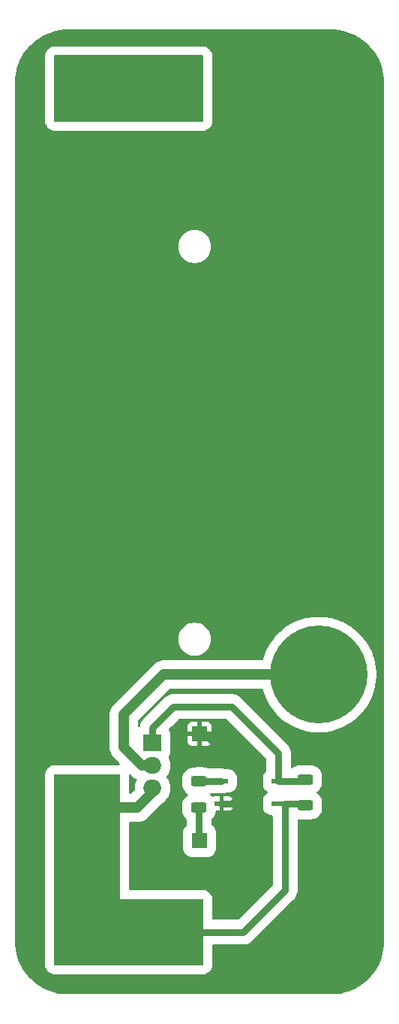
<source format=gbr>
%TF.GenerationSoftware,KiCad,Pcbnew,9.0.2*%
%TF.CreationDate,2026-01-15T18:41:09+07:00*%
%TF.ProjectId,PrechResv2,50726563-6852-4657-9376-322e6b696361,rev?*%
%TF.SameCoordinates,Original*%
%TF.FileFunction,Copper,L1,Top*%
%TF.FilePolarity,Positive*%
%FSLAX46Y46*%
G04 Gerber Fmt 4.6, Leading zero omitted, Abs format (unit mm)*
G04 Created by KiCad (PCBNEW 9.0.2) date 2026-01-15 18:41:09*
%MOMM*%
%LPD*%
G01*
G04 APERTURE LIST*
G04 Aperture macros list*
%AMRoundRect*
0 Rectangle with rounded corners*
0 $1 Rounding radius*
0 $2 $3 $4 $5 $6 $7 $8 $9 X,Y pos of 4 corners*
0 Add a 4 corners polygon primitive as box body*
4,1,4,$2,$3,$4,$5,$6,$7,$8,$9,$2,$3,0*
0 Add four circle primitives for the rounded corners*
1,1,$1+$1,$2,$3*
1,1,$1+$1,$4,$5*
1,1,$1+$1,$6,$7*
1,1,$1+$1,$8,$9*
0 Add four rect primitives between the rounded corners*
20,1,$1+$1,$2,$3,$4,$5,0*
20,1,$1+$1,$4,$5,$6,$7,0*
20,1,$1+$1,$6,$7,$8,$9,0*
20,1,$1+$1,$8,$9,$2,$3,0*%
G04 Aperture macros list end*
%TA.AperFunction,ComponentPad*%
%ADD10R,2.000000X1.905000*%
%TD*%
%TA.AperFunction,ComponentPad*%
%ADD11O,2.000000X1.905000*%
%TD*%
%TA.AperFunction,ComponentPad*%
%ADD12R,1.700000X1.700000*%
%TD*%
%TA.AperFunction,ComponentPad*%
%ADD13C,5.600000*%
%TD*%
%TA.AperFunction,ComponentPad*%
%ADD14C,11.000000*%
%TD*%
%TA.AperFunction,SMDPad,CuDef*%
%ADD15RoundRect,0.250000X0.625000X-0.312500X0.625000X0.312500X-0.625000X0.312500X-0.625000X-0.312500X0*%
%TD*%
%TA.AperFunction,SMDPad,CuDef*%
%ADD16R,1.500000X0.600000*%
%TD*%
%TA.AperFunction,Conductor*%
%ADD17C,1.200000*%
%TD*%
%TA.AperFunction,Conductor*%
%ADD18C,0.800000*%
%TD*%
G04 APERTURE END LIST*
D10*
%TO.P,Q1,1,G*%
%TO.N,Net-(Q1-G)*%
X73250000Y-103710000D03*
D11*
%TO.P,Q1,2,D*%
%TO.N,Net-(Q1-D)*%
X73250000Y-106250000D03*
%TO.P,Q1,3,S*%
%TO.N,Net-(Q1-S)*%
X73250000Y-108790000D03*
%TD*%
D12*
%TO.P,J2,1,Pin_1*%
%TO.N,Net-(J2-Pin_1)*%
X78555907Y-102679211D03*
%TD*%
D13*
%TO.P,H7,1,1*%
%TO.N,Net-(Q1-S)*%
X66000000Y-111000000D03*
%TD*%
D12*
%TO.P,J1,1,Pin_1*%
%TO.N,Net-(J1-Pin_1)*%
X78564151Y-114679411D03*
%TD*%
D14*
%TO.P,H4,1,1*%
%TO.N,Net-(Q1-D)*%
X92000000Y-96000000D03*
%TD*%
D13*
%TO.P,H6,1,1*%
%TO.N,Net-(H2-Pad1)*%
X66000000Y-30000000D03*
%TD*%
D15*
%TO.P,R2,1*%
%TO.N,Net-(Q1-S)*%
X90500000Y-110712500D03*
%TO.P,R2,2*%
%TO.N,Net-(Q1-G)*%
X90500000Y-107787500D03*
%TD*%
%TO.P,R1,1*%
%TO.N,Net-(J1-Pin_1)*%
X78500000Y-110962500D03*
%TO.P,R1,2*%
%TO.N,Net-(R1-Pad2)*%
X78500000Y-108037500D03*
%TD*%
D16*
%TO.P,U1,1*%
%TO.N,Net-(R1-Pad2)*%
X81045000Y-107980000D03*
%TO.P,U1,2*%
%TO.N,Net-(J2-Pin_1)*%
X81045000Y-110520000D03*
%TO.P,U1,3*%
%TO.N,Net-(Q1-S)*%
X87455000Y-110520000D03*
%TO.P,U1,4*%
%TO.N,Net-(Q1-G)*%
X87455000Y-107980000D03*
%TD*%
D13*
%TO.P,H3,1,1*%
%TO.N,Net-(Q1-S)*%
X75000000Y-125000000D03*
%TD*%
%TO.P,H2,1,1*%
%TO.N,Net-(H2-Pad1)*%
X75000000Y-30000000D03*
%TD*%
D17*
%TO.N,Net-(Q1-D)*%
X72050000Y-106250000D02*
X73250000Y-106250000D01*
X70000000Y-104200000D02*
X72050000Y-106250000D01*
X74500000Y-96000000D02*
X70000000Y-100500000D01*
X70000000Y-100500000D02*
X70000000Y-104200000D01*
X92000000Y-96000000D02*
X74500000Y-96000000D01*
D18*
%TO.N,Net-(Q1-G)*%
X87455000Y-104855000D02*
X87455000Y-107980000D01*
X82200000Y-99600000D02*
X87455000Y-104855000D01*
X75600000Y-99600000D02*
X82200000Y-99600000D01*
X73250000Y-101950000D02*
X75600000Y-99600000D01*
X73250000Y-103710000D02*
X73250000Y-101950000D01*
X90307500Y-107980000D02*
X90500000Y-107787500D01*
X87455000Y-107980000D02*
X90307500Y-107980000D01*
%TO.N,Net-(Q1-S)*%
X90307500Y-110520000D02*
X90500000Y-110712500D01*
X88205000Y-110520000D02*
X90307500Y-110520000D01*
X83500000Y-125000000D02*
X88205000Y-120295000D01*
X88205000Y-120295000D02*
X88205000Y-110520000D01*
X75000000Y-125000000D02*
X83500000Y-125000000D01*
D17*
X69600000Y-125000000D02*
X75000000Y-125000000D01*
X66000000Y-121400000D02*
X69600000Y-125000000D01*
X66000000Y-111000000D02*
X66000000Y-121400000D01*
X71500000Y-111000000D02*
X66000000Y-111000000D01*
X73250000Y-108790000D02*
X73250000Y-109250000D01*
X73250000Y-109250000D02*
X71500000Y-111000000D01*
X75250000Y-125000000D02*
X75290000Y-125040000D01*
X75000000Y-125000000D02*
X75250000Y-125000000D01*
D18*
%TO.N,Net-(J1-Pin_1)*%
X78500000Y-110962500D02*
X78500000Y-114615260D01*
D17*
X78500000Y-114615260D02*
X78564151Y-114679411D01*
D18*
%TO.N,Net-(J2-Pin_1)*%
X83500000Y-107000000D02*
X83500000Y-109250000D01*
X78555907Y-102679211D02*
X79179211Y-102679211D01*
X82230000Y-110520000D02*
X81045000Y-110520000D01*
X83500000Y-109250000D02*
X82230000Y-110520000D01*
X79179211Y-102679211D02*
X83500000Y-107000000D01*
D17*
%TO.N,Net-(R1-Pad2)*%
X78557500Y-107980000D02*
X78500000Y-108037500D01*
D18*
X81045000Y-107980000D02*
X78557500Y-107980000D01*
D17*
%TO.N,Net-(H2-Pad1)*%
X68500000Y-30000000D02*
X75000000Y-30000000D01*
%TD*%
%TA.AperFunction,Conductor*%
%TO.N,Net-(Q1-S)*%
G36*
X69543039Y-107219685D02*
G01*
X69588794Y-107272489D01*
X69600000Y-107324000D01*
X69600000Y-123300000D01*
X62100000Y-123300000D01*
X62100000Y-107324000D01*
X62119685Y-107256961D01*
X62172489Y-107211206D01*
X62224000Y-107200000D01*
X69476000Y-107200000D01*
X69543039Y-107219685D01*
G37*
%TD.AperFunction*%
%TD*%
%TA.AperFunction,Conductor*%
%TO.N,Net-(Q1-S)*%
G36*
X78943039Y-121269685D02*
G01*
X78988794Y-121322489D01*
X79000000Y-121374000D01*
X79000000Y-128626000D01*
X78980315Y-128693039D01*
X78927511Y-128738794D01*
X78876000Y-128750000D01*
X62224000Y-128750000D01*
X62156961Y-128730315D01*
X62111206Y-128677511D01*
X62100000Y-128626000D01*
X62100000Y-121250000D01*
X69600000Y-121250000D01*
X78876000Y-121250000D01*
X78943039Y-121269685D01*
G37*
%TD.AperFunction*%
%TD*%
%TA.AperFunction,Conductor*%
%TO.N,Net-(H2-Pad1)*%
G36*
X78943039Y-26269685D02*
G01*
X78988794Y-26322489D01*
X79000000Y-26374000D01*
X79000000Y-33626000D01*
X78980315Y-33693039D01*
X78927511Y-33738794D01*
X78876000Y-33750000D01*
X62224000Y-33750000D01*
X62156961Y-33730315D01*
X62111206Y-33677511D01*
X62100000Y-33626000D01*
X62100000Y-26374000D01*
X62119685Y-26306961D01*
X62172489Y-26261206D01*
X62224000Y-26250000D01*
X78876000Y-26250000D01*
X78943039Y-26269685D01*
G37*
%TD.AperFunction*%
%TD*%
%TA.AperFunction,Conductor*%
%TO.N,Net-(J2-Pin_1)*%
G36*
X81635571Y-101020185D02*
G01*
X81656213Y-101036819D01*
X86018181Y-105398787D01*
X86051666Y-105460110D01*
X86054500Y-105486468D01*
X86054500Y-106860582D01*
X86034815Y-106927621D01*
X86008865Y-106956681D01*
X85993891Y-106968891D01*
X85865304Y-107126590D01*
X85771089Y-107306954D01*
X85727616Y-107458890D01*
X85717331Y-107494836D01*
X85715114Y-107502583D01*
X85715113Y-107502586D01*
X85712770Y-107528945D01*
X85704776Y-107618867D01*
X85704500Y-107621966D01*
X85704500Y-108338028D01*
X85704501Y-108338034D01*
X85715113Y-108457415D01*
X85771089Y-108653045D01*
X85771090Y-108653048D01*
X85771091Y-108653049D01*
X85865302Y-108833407D01*
X85865304Y-108833409D01*
X85993890Y-108991109D01*
X86083058Y-109063815D01*
X86151593Y-109119698D01*
X86190636Y-109140092D01*
X86240942Y-109188578D01*
X86257049Y-109256566D01*
X86233842Y-109322469D01*
X86190637Y-109359906D01*
X86151593Y-109380302D01*
X86151591Y-109380303D01*
X86151590Y-109380304D01*
X85993890Y-109508890D01*
X85865304Y-109666590D01*
X85771089Y-109846954D01*
X85715114Y-110042583D01*
X85715113Y-110042586D01*
X85704500Y-110161966D01*
X85704500Y-110878028D01*
X85704501Y-110878034D01*
X85715113Y-110997415D01*
X85771089Y-111193045D01*
X85771090Y-111193048D01*
X85771091Y-111193049D01*
X85865302Y-111373407D01*
X85865304Y-111373409D01*
X85993890Y-111531109D01*
X86087803Y-111607684D01*
X86151593Y-111659698D01*
X86331951Y-111753909D01*
X86527582Y-111809886D01*
X86646963Y-111820500D01*
X86680499Y-111820499D01*
X86747537Y-111840182D01*
X86793293Y-111892984D01*
X86804500Y-111944499D01*
X86804500Y-119663532D01*
X86784815Y-119730571D01*
X86768181Y-119751213D01*
X82956213Y-123563181D01*
X82894890Y-123596666D01*
X82868532Y-123599500D01*
X80129500Y-123599500D01*
X80062461Y-123579815D01*
X80016706Y-123527011D01*
X80005500Y-123475500D01*
X80005500Y-121374010D01*
X80005433Y-121362420D01*
X80005433Y-121362412D01*
X79982519Y-121160257D01*
X79971313Y-121108746D01*
X79946784Y-121017062D01*
X79866619Y-120832606D01*
X79865693Y-120830475D01*
X79865689Y-120830468D01*
X79748705Y-120664033D01*
X79748704Y-120664032D01*
X79748700Y-120664026D01*
X79702945Y-120611222D01*
X79583832Y-120494821D01*
X79583830Y-120494819D01*
X79414738Y-120381693D01*
X79414731Y-120381690D01*
X79226328Y-120304916D01*
X79226322Y-120304914D01*
X79159293Y-120285233D01*
X79159295Y-120285233D01*
X79159290Y-120285232D01*
X79078406Y-120265083D01*
X79078402Y-120265082D01*
X79078403Y-120265082D01*
X78876001Y-120244500D01*
X78876000Y-120244500D01*
X70729500Y-120244500D01*
X70662461Y-120224815D01*
X70616706Y-120172011D01*
X70605500Y-120120500D01*
X70605500Y-112724500D01*
X70625185Y-112657461D01*
X70677989Y-112611706D01*
X70729500Y-112600500D01*
X71625961Y-112600500D01*
X71625962Y-112600500D01*
X71874785Y-112561090D01*
X72114379Y-112483241D01*
X72338845Y-112368870D01*
X72542656Y-112220793D01*
X72720793Y-112042656D01*
X74281627Y-110481820D01*
X74307306Y-110462117D01*
X74322079Y-110453588D01*
X74384857Y-110417344D01*
X74587965Y-110261493D01*
X74768993Y-110080465D01*
X74924844Y-109877357D01*
X74943326Y-109845346D01*
X74980841Y-109780367D01*
X75052850Y-109655643D01*
X75150822Y-109419118D01*
X75217083Y-109171829D01*
X75250500Y-108918006D01*
X75250500Y-108661994D01*
X75217083Y-108408171D01*
X75150822Y-108160882D01*
X75052850Y-107924357D01*
X74924844Y-107702643D01*
X74892719Y-107660777D01*
X76624500Y-107660777D01*
X76624500Y-108414208D01*
X76624501Y-108414223D01*
X76634904Y-108546413D01*
X76634905Y-108546420D01*
X76689902Y-108764678D01*
X76689903Y-108764681D01*
X76782991Y-108969622D01*
X76782997Y-108969632D01*
X76911174Y-109154645D01*
X76911178Y-109154650D01*
X76911181Y-109154654D01*
X77070346Y-109313819D01*
X77070350Y-109313822D01*
X77070354Y-109313825D01*
X77191956Y-109398072D01*
X77235853Y-109452431D01*
X77243392Y-109521893D01*
X77212181Y-109584404D01*
X77191956Y-109601928D01*
X77070354Y-109686174D01*
X77070342Y-109686184D01*
X76911184Y-109845342D01*
X76911174Y-109845354D01*
X76782997Y-110030367D01*
X76782991Y-110030377D01*
X76689903Y-110235318D01*
X76689902Y-110235321D01*
X76634905Y-110453579D01*
X76634904Y-110453586D01*
X76624500Y-110585777D01*
X76624500Y-111339208D01*
X76624501Y-111339223D01*
X76634904Y-111471413D01*
X76634905Y-111471420D01*
X76689902Y-111689678D01*
X76689903Y-111689681D01*
X76782991Y-111894622D01*
X76782997Y-111894632D01*
X76911174Y-112079645D01*
X76911178Y-112079650D01*
X76911181Y-112079654D01*
X76911184Y-112079657D01*
X77063181Y-112231654D01*
X77096666Y-112292977D01*
X77099500Y-112319335D01*
X77099500Y-112980761D01*
X77079815Y-113047800D01*
X77053862Y-113076862D01*
X77003045Y-113118299D01*
X77003043Y-113118300D01*
X77003042Y-113118302D01*
X76931828Y-113205638D01*
X76874455Y-113276001D01*
X76780240Y-113456365D01*
X76724265Y-113651994D01*
X76724264Y-113651997D01*
X76713651Y-113771377D01*
X76713651Y-115587439D01*
X76713652Y-115587445D01*
X76724264Y-115706826D01*
X76780240Y-115902456D01*
X76780241Y-115902459D01*
X76780242Y-115902460D01*
X76874453Y-116082818D01*
X76874455Y-116082820D01*
X77003041Y-116240520D01*
X77096954Y-116317095D01*
X77160744Y-116369109D01*
X77341102Y-116463320D01*
X77536733Y-116519297D01*
X77656114Y-116529911D01*
X79472187Y-116529910D01*
X79591569Y-116519297D01*
X79787200Y-116463320D01*
X79967558Y-116369109D01*
X80125260Y-116240520D01*
X80253849Y-116082818D01*
X80348060Y-115902460D01*
X80404037Y-115706829D01*
X80414651Y-115587448D01*
X80414650Y-113771375D01*
X80404037Y-113651993D01*
X80348060Y-113456362D01*
X80253849Y-113276004D01*
X80201835Y-113212214D01*
X80125260Y-113118301D01*
X79967553Y-112989709D01*
X79967076Y-112989460D01*
X79966862Y-112989253D01*
X79962306Y-112986251D01*
X79962865Y-112985401D01*
X79916774Y-112940968D01*
X79900500Y-112879558D01*
X79900500Y-112319335D01*
X79920185Y-112252296D01*
X79936819Y-112231654D01*
X79958377Y-112210096D01*
X80088819Y-112079654D01*
X80217007Y-111894626D01*
X80310096Y-111689683D01*
X80365096Y-111471412D01*
X80368019Y-111434269D01*
X80392904Y-111368982D01*
X80449135Y-111327511D01*
X80491637Y-111320000D01*
X80795000Y-111320000D01*
X81295000Y-111320000D01*
X81842828Y-111320000D01*
X81842844Y-111319999D01*
X81902372Y-111313598D01*
X81902379Y-111313596D01*
X82037086Y-111263354D01*
X82037093Y-111263350D01*
X82152187Y-111177190D01*
X82152190Y-111177187D01*
X82238350Y-111062093D01*
X82238354Y-111062086D01*
X82288596Y-110927379D01*
X82288598Y-110927372D01*
X82294999Y-110867844D01*
X82295000Y-110867827D01*
X82295000Y-110770000D01*
X81295000Y-110770000D01*
X81295000Y-111320000D01*
X80795000Y-111320000D01*
X80795000Y-110270000D01*
X81295000Y-110270000D01*
X82295000Y-110270000D01*
X82295000Y-110172172D01*
X82294999Y-110172155D01*
X82288598Y-110112627D01*
X82288596Y-110112620D01*
X82238354Y-109977913D01*
X82238350Y-109977906D01*
X82152190Y-109862812D01*
X82152187Y-109862809D01*
X82037093Y-109776649D01*
X82037086Y-109776645D01*
X81902379Y-109726403D01*
X81902372Y-109726401D01*
X81842844Y-109720000D01*
X81295000Y-109720000D01*
X81295000Y-110270000D01*
X80795000Y-110270000D01*
X80795000Y-109720000D01*
X80247155Y-109720000D01*
X80187627Y-109726401D01*
X80187619Y-109726403D01*
X80103692Y-109757706D01*
X80093353Y-109758445D01*
X80084153Y-109763220D01*
X80059096Y-109760895D01*
X80034000Y-109762690D01*
X80023054Y-109757551D01*
X80014582Y-109756765D01*
X79997620Y-109745609D01*
X79983969Y-109739200D01*
X79978021Y-109734548D01*
X79929654Y-109686181D01*
X79811586Y-109604383D01*
X79808764Y-109602176D01*
X79790430Y-109576575D01*
X79770641Y-109552070D01*
X79770240Y-109548383D01*
X79768083Y-109545370D01*
X79766499Y-109513915D01*
X79763102Y-109482608D01*
X79764757Y-109479292D01*
X79764571Y-109475589D01*
X79780247Y-109448268D01*
X79794313Y-109420097D01*
X79797499Y-109418202D01*
X79799344Y-109414987D01*
X79827296Y-109400481D01*
X79854365Y-109384383D01*
X79859586Y-109383724D01*
X79861360Y-109382804D01*
X79864543Y-109383099D01*
X79885154Y-109380500D01*
X81155221Y-109380500D01*
X81155222Y-109380500D01*
X81372951Y-109346015D01*
X81555912Y-109286567D01*
X81594230Y-109280499D01*
X81853028Y-109280499D01*
X81853036Y-109280499D01*
X81972418Y-109269886D01*
X82168049Y-109213909D01*
X82348407Y-109119698D01*
X82506109Y-108991109D01*
X82634698Y-108833407D01*
X82728909Y-108653049D01*
X82784886Y-108457418D01*
X82795500Y-108338037D01*
X82795499Y-107621964D01*
X82784886Y-107502582D01*
X82729873Y-107310321D01*
X82728910Y-107306954D01*
X82728909Y-107306953D01*
X82728909Y-107306951D01*
X82634698Y-107126593D01*
X82564670Y-107040710D01*
X82506109Y-106968890D01*
X82348409Y-106840304D01*
X82348410Y-106840304D01*
X82348407Y-106840302D01*
X82168049Y-106746091D01*
X82168048Y-106746090D01*
X82168045Y-106746089D01*
X82050829Y-106712550D01*
X81972418Y-106690114D01*
X81972415Y-106690113D01*
X81972413Y-106690113D01*
X81899631Y-106683642D01*
X81853037Y-106679500D01*
X81853033Y-106679500D01*
X81594227Y-106679500D01*
X81555911Y-106673431D01*
X81431453Y-106632993D01*
X81372952Y-106613985D01*
X81264086Y-106596742D01*
X81155222Y-106579500D01*
X81155221Y-106579500D01*
X79653698Y-106579500D01*
X79602417Y-106568399D01*
X79539681Y-106539903D01*
X79539678Y-106539902D01*
X79321420Y-106484905D01*
X79321413Y-106484904D01*
X79189222Y-106474500D01*
X79189217Y-106474500D01*
X79123011Y-106474500D01*
X79084694Y-106468431D01*
X78932284Y-106418910D01*
X78932282Y-106418909D01*
X78932280Y-106418909D01*
X78758549Y-106391392D01*
X78683462Y-106379500D01*
X78431538Y-106379500D01*
X78348597Y-106392636D01*
X78182714Y-106418910D01*
X78030303Y-106468431D01*
X77991986Y-106474500D01*
X77810792Y-106474500D01*
X77810776Y-106474501D01*
X77678586Y-106484904D01*
X77678579Y-106484905D01*
X77460321Y-106539902D01*
X77460318Y-106539903D01*
X77255377Y-106632991D01*
X77255367Y-106632997D01*
X77070354Y-106761174D01*
X77070342Y-106761184D01*
X76911184Y-106920342D01*
X76911174Y-106920354D01*
X76782997Y-107105367D01*
X76782991Y-107105377D01*
X76689903Y-107310318D01*
X76689902Y-107310321D01*
X76634905Y-107528579D01*
X76634904Y-107528586D01*
X76624500Y-107660777D01*
X74892719Y-107660777D01*
X74841810Y-107594432D01*
X74841002Y-107593330D01*
X74829557Y-107561700D01*
X74817425Y-107530318D01*
X74817706Y-107528945D01*
X74817230Y-107527629D01*
X74824702Y-107494836D01*
X74831463Y-107461873D01*
X74832625Y-107460063D01*
X74832753Y-107459505D01*
X74833379Y-107458890D01*
X74842620Y-107444513D01*
X74924844Y-107337357D01*
X75052848Y-107115646D01*
X75052850Y-107115643D01*
X75150822Y-106879118D01*
X75217083Y-106631829D01*
X75250500Y-106378006D01*
X75250500Y-106121994D01*
X75217083Y-105868171D01*
X75150822Y-105620882D01*
X75073871Y-105435106D01*
X75052854Y-105384365D01*
X75051054Y-105380715D01*
X75052442Y-105380030D01*
X75037479Y-105318376D01*
X75060325Y-105252347D01*
X75065217Y-105245929D01*
X75089698Y-105215907D01*
X75183909Y-105035549D01*
X75239886Y-104839918D01*
X75250500Y-104720537D01*
X75250499Y-102699464D01*
X75239886Y-102580082D01*
X75183909Y-102384451D01*
X75093017Y-102210447D01*
X75079427Y-102141916D01*
X75105046Y-102076912D01*
X75115237Y-102065367D01*
X75399239Y-101781366D01*
X77205907Y-101781366D01*
X77205907Y-102429211D01*
X78122895Y-102429211D01*
X78089982Y-102486218D01*
X78055907Y-102613385D01*
X78055907Y-102745037D01*
X78089982Y-102872204D01*
X78122895Y-102929211D01*
X77205907Y-102929211D01*
X77205907Y-103577055D01*
X77212308Y-103636583D01*
X77212310Y-103636590D01*
X77262552Y-103771297D01*
X77262556Y-103771304D01*
X77348716Y-103886398D01*
X77348719Y-103886401D01*
X77463813Y-103972561D01*
X77463820Y-103972565D01*
X77598527Y-104022807D01*
X77598534Y-104022809D01*
X77658062Y-104029210D01*
X77658079Y-104029211D01*
X78305907Y-104029211D01*
X78305907Y-103112223D01*
X78362914Y-103145136D01*
X78490081Y-103179211D01*
X78621733Y-103179211D01*
X78748900Y-103145136D01*
X78805907Y-103112223D01*
X78805907Y-104029211D01*
X79453735Y-104029211D01*
X79453751Y-104029210D01*
X79513279Y-104022809D01*
X79513286Y-104022807D01*
X79647993Y-103972565D01*
X79648000Y-103972561D01*
X79763094Y-103886401D01*
X79763097Y-103886398D01*
X79849257Y-103771304D01*
X79849261Y-103771297D01*
X79899503Y-103636590D01*
X79899505Y-103636583D01*
X79905906Y-103577055D01*
X79905907Y-103577038D01*
X79905907Y-102929211D01*
X78988919Y-102929211D01*
X79021832Y-102872204D01*
X79055907Y-102745037D01*
X79055907Y-102613385D01*
X79021832Y-102486218D01*
X78988919Y-102429211D01*
X79905907Y-102429211D01*
X79905907Y-101781383D01*
X79905906Y-101781366D01*
X79899505Y-101721838D01*
X79899503Y-101721831D01*
X79849261Y-101587124D01*
X79849257Y-101587117D01*
X79763097Y-101472023D01*
X79763094Y-101472020D01*
X79648000Y-101385860D01*
X79647993Y-101385856D01*
X79513286Y-101335614D01*
X79513279Y-101335612D01*
X79453751Y-101329211D01*
X78805907Y-101329211D01*
X78805907Y-102246199D01*
X78748900Y-102213286D01*
X78621733Y-102179211D01*
X78490081Y-102179211D01*
X78362914Y-102213286D01*
X78305907Y-102246199D01*
X78305907Y-101329211D01*
X77658062Y-101329211D01*
X77598534Y-101335612D01*
X77598527Y-101335614D01*
X77463820Y-101385856D01*
X77463813Y-101385860D01*
X77348719Y-101472020D01*
X77348716Y-101472023D01*
X77262556Y-101587117D01*
X77262552Y-101587124D01*
X77212310Y-101721831D01*
X77212308Y-101721838D01*
X77205907Y-101781366D01*
X75399239Y-101781366D01*
X76143787Y-101036819D01*
X76205110Y-101003334D01*
X76231468Y-101000500D01*
X81568532Y-101000500D01*
X81635571Y-101020185D01*
G37*
%TD.AperFunction*%
%TD*%
%TA.AperFunction,NonConductor*%
G36*
X93406249Y-23346790D02*
G01*
X93869669Y-23364998D01*
X93879343Y-23365759D01*
X94337501Y-23419987D01*
X94347105Y-23421508D01*
X94799585Y-23511512D01*
X94809045Y-23513783D01*
X95253061Y-23639009D01*
X95262314Y-23642015D01*
X95695143Y-23801693D01*
X95704132Y-23805417D01*
X96123102Y-23998565D01*
X96123105Y-23998566D01*
X96131757Y-24002974D01*
X96534307Y-24228413D01*
X96542572Y-24233478D01*
X96926171Y-24489791D01*
X96934048Y-24495514D01*
X97296343Y-24781125D01*
X97303746Y-24787448D01*
X97473129Y-24944024D01*
X97642515Y-25100603D01*
X97649392Y-25107480D01*
X97776052Y-25244500D01*
X97962551Y-25446253D01*
X97968874Y-25453656D01*
X98254485Y-25815951D01*
X98260208Y-25823828D01*
X98516515Y-26207418D01*
X98521590Y-26215699D01*
X98747020Y-26618233D01*
X98751433Y-26626894D01*
X98944581Y-27045864D01*
X98948307Y-27054860D01*
X99107983Y-27487682D01*
X99110991Y-27496941D01*
X99236215Y-27940950D01*
X99238488Y-27950418D01*
X99328490Y-28402888D01*
X99330013Y-28412504D01*
X99384238Y-28870640D01*
X99385002Y-28880347D01*
X99403210Y-29343750D01*
X99403306Y-29348618D01*
X99403306Y-125997575D01*
X99403210Y-126002443D01*
X99385003Y-126465848D01*
X99384239Y-126475555D01*
X99330014Y-126933690D01*
X99328491Y-126943306D01*
X99238491Y-127395767D01*
X99236218Y-127405235D01*
X99110991Y-127849258D01*
X99107983Y-127858518D01*
X98948306Y-128291340D01*
X98944580Y-128300335D01*
X98751440Y-128719291D01*
X98747019Y-128727966D01*
X98521597Y-129130485D01*
X98516510Y-129138787D01*
X98260210Y-129522368D01*
X98254487Y-129530244D01*
X97968876Y-129892541D01*
X97962553Y-129899945D01*
X97649400Y-130238711D01*
X97642515Y-130245596D01*
X97303748Y-130558749D01*
X97296345Y-130565072D01*
X96934050Y-130850683D01*
X96926173Y-130856406D01*
X96542582Y-131112714D01*
X96534289Y-131117795D01*
X96518041Y-131126896D01*
X96131781Y-131343212D01*
X96123106Y-131347632D01*
X95704140Y-131540778D01*
X95695145Y-131544504D01*
X95262316Y-131704184D01*
X95253056Y-131707192D01*
X94809049Y-131832415D01*
X94799581Y-131834688D01*
X94347111Y-131924690D01*
X94337495Y-131926213D01*
X93879359Y-131980438D01*
X93869652Y-131981202D01*
X93406402Y-131999404D01*
X93401534Y-131999500D01*
X63702425Y-131999500D01*
X63697557Y-131999404D01*
X63234152Y-131981197D01*
X63224445Y-131980433D01*
X62766309Y-131926208D01*
X62756693Y-131924685D01*
X62304233Y-131834685D01*
X62294765Y-131832412D01*
X61850742Y-131707185D01*
X61841482Y-131704177D01*
X61408660Y-131544500D01*
X61399665Y-131540774D01*
X60980699Y-131347629D01*
X60972038Y-131343216D01*
X60569504Y-131117786D01*
X60561223Y-131112711D01*
X60177632Y-130856403D01*
X60169756Y-130850680D01*
X59807460Y-130565070D01*
X59800060Y-130558750D01*
X59461284Y-130245588D01*
X59454407Y-130238711D01*
X59141247Y-129899937D01*
X59134929Y-129892539D01*
X58849319Y-129530243D01*
X58843596Y-129522367D01*
X58832112Y-129505180D01*
X58587282Y-129138767D01*
X58582217Y-129130502D01*
X58356778Y-128727952D01*
X58352370Y-128719300D01*
X58334567Y-128680683D01*
X58159225Y-128300334D01*
X58155499Y-128291339D01*
X57995822Y-127858517D01*
X57992814Y-127849257D01*
X57867587Y-127405234D01*
X57865316Y-127395775D01*
X57775313Y-126943300D01*
X57773791Y-126933690D01*
X57719564Y-126475535D01*
X57718803Y-126465865D01*
X57700596Y-126002443D01*
X57700500Y-125997575D01*
X57700500Y-107323998D01*
X61094500Y-107323998D01*
X61094500Y-128625989D01*
X61094566Y-128637579D01*
X61094567Y-128637593D01*
X61117481Y-128839745D01*
X61128685Y-128891246D01*
X61153217Y-128982941D01*
X61234306Y-129169524D01*
X61234310Y-129169531D01*
X61349793Y-129333830D01*
X61351300Y-129335974D01*
X61397055Y-129388778D01*
X61509532Y-129498694D01*
X61516169Y-129505180D01*
X61553633Y-129530244D01*
X61685264Y-129618308D01*
X61873671Y-129695083D01*
X61873677Y-129695085D01*
X61888687Y-129699492D01*
X61940710Y-129714768D01*
X62021594Y-129734917D01*
X62156531Y-129748639D01*
X62223999Y-129755500D01*
X62224000Y-129755500D01*
X78875990Y-129755500D01*
X78876000Y-129755500D01*
X78887588Y-129755433D01*
X79089743Y-129732519D01*
X79141254Y-129721313D01*
X79232938Y-129696784D01*
X79419527Y-129615692D01*
X79585974Y-129498700D01*
X79638778Y-129452945D01*
X79755179Y-129333832D01*
X79868308Y-129164736D01*
X79945083Y-128976329D01*
X79964768Y-128909290D01*
X79984917Y-128828406D01*
X80005500Y-128626000D01*
X80005500Y-126524500D01*
X80025185Y-126457461D01*
X80077989Y-126411706D01*
X80129500Y-126400500D01*
X83384643Y-126400500D01*
X83384667Y-126400501D01*
X83389778Y-126400501D01*
X83610221Y-126400501D01*
X83610222Y-126400501D01*
X83827951Y-126366015D01*
X84037606Y-126297895D01*
X84037606Y-126297894D01*
X84037611Y-126297893D01*
X84131559Y-126250023D01*
X84234022Y-126197815D01*
X84240393Y-126193186D01*
X84412365Y-126068242D01*
X84568242Y-125912365D01*
X84568243Y-125912363D01*
X84575303Y-125905303D01*
X84575309Y-125905296D01*
X89110296Y-121370309D01*
X89110303Y-121370303D01*
X89117363Y-121363243D01*
X89117365Y-121363242D01*
X89273242Y-121207365D01*
X89402815Y-121029022D01*
X89502895Y-120832606D01*
X89571015Y-120622951D01*
X89572873Y-120611222D01*
X89605501Y-120405222D01*
X89605501Y-120184778D01*
X89605501Y-120180377D01*
X89605500Y-120180362D01*
X89605500Y-112393486D01*
X89625185Y-112326447D01*
X89677989Y-112280692D01*
X89739227Y-112269868D01*
X89810783Y-112275500D01*
X91189216Y-112275499D01*
X91321412Y-112265096D01*
X91539683Y-112210096D01*
X91744626Y-112117007D01*
X91929654Y-111988819D01*
X92088819Y-111829654D01*
X92217007Y-111644626D01*
X92310096Y-111439683D01*
X92365096Y-111221412D01*
X92375500Y-111089217D01*
X92375499Y-110335784D01*
X92365096Y-110203588D01*
X92354607Y-110161963D01*
X92310097Y-109985321D01*
X92310096Y-109985318D01*
X92306729Y-109977906D01*
X92217007Y-109780374D01*
X92088819Y-109595346D01*
X91929654Y-109436181D01*
X91808039Y-109351926D01*
X91764146Y-109297570D01*
X91756606Y-109228108D01*
X91787817Y-109165597D01*
X91808035Y-109148076D01*
X91929654Y-109063819D01*
X92088819Y-108904654D01*
X92217007Y-108719626D01*
X92310096Y-108514683D01*
X92365096Y-108296412D01*
X92375500Y-108164217D01*
X92375499Y-107410784D01*
X92365096Y-107278588D01*
X92326795Y-107126590D01*
X92310097Y-107060321D01*
X92310096Y-107060318D01*
X92270739Y-106973671D01*
X92217007Y-106855374D01*
X92168435Y-106785264D01*
X92088825Y-106670354D01*
X92088822Y-106670350D01*
X92088819Y-106670346D01*
X91929654Y-106511181D01*
X91929650Y-106511178D01*
X91929645Y-106511174D01*
X91744632Y-106382997D01*
X91744630Y-106382995D01*
X91744626Y-106382993D01*
X91733662Y-106378013D01*
X91539681Y-106289903D01*
X91539678Y-106289902D01*
X91321420Y-106234905D01*
X91321413Y-106234904D01*
X91277347Y-106231436D01*
X91189217Y-106224500D01*
X91189215Y-106224500D01*
X89810791Y-106224500D01*
X89810776Y-106224501D01*
X89678586Y-106234904D01*
X89678579Y-106234905D01*
X89460321Y-106289902D01*
X89460318Y-106289903D01*
X89255377Y-106382991D01*
X89255367Y-106382997D01*
X89070354Y-106511174D01*
X89070342Y-106511184D01*
X89067181Y-106514346D01*
X89005858Y-106547831D01*
X88936166Y-106542847D01*
X88880233Y-106500975D01*
X88855816Y-106435511D01*
X88855500Y-106426665D01*
X88855500Y-104744778D01*
X88851660Y-104720533D01*
X88821015Y-104527049D01*
X88752895Y-104317394D01*
X88752895Y-104317393D01*
X88718237Y-104249375D01*
X88652815Y-104120978D01*
X88586142Y-104029210D01*
X88523247Y-103942641D01*
X88523243Y-103942636D01*
X88367364Y-103786757D01*
X83272582Y-98691976D01*
X83272573Y-98691966D01*
X83268242Y-98687635D01*
X83112365Y-98531758D01*
X83112361Y-98531755D01*
X83112357Y-98531751D01*
X82934025Y-98402187D01*
X82934024Y-98402186D01*
X82934022Y-98402185D01*
X82871096Y-98370122D01*
X82737606Y-98302104D01*
X82737603Y-98302103D01*
X82527952Y-98233985D01*
X82419086Y-98216742D01*
X82310222Y-98199499D01*
X82089778Y-98199499D01*
X82084667Y-98199499D01*
X82084643Y-98199500D01*
X75715357Y-98199500D01*
X75715333Y-98199499D01*
X75710222Y-98199499D01*
X75489778Y-98199499D01*
X75417201Y-98210994D01*
X75272047Y-98233985D01*
X75062396Y-98302103D01*
X75062393Y-98302104D01*
X74865974Y-98402187D01*
X74687641Y-98531752D01*
X74687636Y-98531756D01*
X72181756Y-101037636D01*
X72181752Y-101037641D01*
X72052187Y-101215974D01*
X71952104Y-101412393D01*
X71952103Y-101412396D01*
X71883986Y-101622043D01*
X71883984Y-101622051D01*
X71859577Y-101776141D01*
X71857508Y-101780504D01*
X71857764Y-101785326D01*
X71842687Y-101811766D01*
X71829647Y-101839275D01*
X71824889Y-101842982D01*
X71823156Y-101846022D01*
X71794517Y-101866649D01*
X71781913Y-101873233D01*
X71713378Y-101886825D01*
X71648374Y-101861207D01*
X71607540Y-101804512D01*
X71600500Y-101763325D01*
X71600500Y-101214311D01*
X71620185Y-101147272D01*
X71636819Y-101126630D01*
X75126630Y-97636819D01*
X75187953Y-97603334D01*
X75214311Y-97600500D01*
X85601279Y-97600500D01*
X85668318Y-97620185D01*
X85714073Y-97672989D01*
X85721852Y-97695549D01*
X85738732Y-97765860D01*
X85738734Y-97765867D01*
X85738736Y-97765874D01*
X85896578Y-98251664D01*
X85958926Y-98402185D01*
X86092060Y-98723598D01*
X86323963Y-99178733D01*
X86323968Y-99178741D01*
X86323970Y-99178745D01*
X86323973Y-99178752D01*
X86590855Y-99614261D01*
X86590862Y-99614272D01*
X86891102Y-100027518D01*
X86891112Y-100027532D01*
X87222847Y-100415942D01*
X87222853Y-100415949D01*
X87584051Y-100777147D01*
X87584057Y-100777152D01*
X87972467Y-101108887D01*
X87972474Y-101108892D01*
X88385729Y-101409139D01*
X88512417Y-101486773D01*
X88821247Y-101676026D01*
X88821253Y-101676028D01*
X88821267Y-101676037D01*
X89276402Y-101907940D01*
X89748330Y-102103419D01*
X89748335Y-102103421D01*
X89866285Y-102141745D01*
X90234140Y-102261268D01*
X90730837Y-102380514D01*
X91235359Y-102460423D01*
X91744595Y-102500500D01*
X91744603Y-102500500D01*
X92255397Y-102500500D01*
X92255405Y-102500500D01*
X92764641Y-102460423D01*
X93269163Y-102380514D01*
X93765860Y-102261268D01*
X94251670Y-102103419D01*
X94723598Y-101907940D01*
X95178733Y-101676037D01*
X95178748Y-101676027D01*
X95178752Y-101676026D01*
X95336905Y-101579108D01*
X95614271Y-101409139D01*
X96027526Y-101108892D01*
X96415949Y-100777147D01*
X96777147Y-100415949D01*
X97108892Y-100027526D01*
X97409139Y-99614271D01*
X97579108Y-99336905D01*
X97676026Y-99178752D01*
X97676027Y-99178748D01*
X97676037Y-99178733D01*
X97907940Y-98723598D01*
X98103419Y-98251670D01*
X98261268Y-97765860D01*
X98380514Y-97269163D01*
X98460423Y-96764641D01*
X98500500Y-96255405D01*
X98500500Y-95744595D01*
X98460423Y-95235359D01*
X98380514Y-94730837D01*
X98261268Y-94234140D01*
X98136616Y-93850500D01*
X98103421Y-93748335D01*
X98068166Y-93663222D01*
X97907940Y-93276402D01*
X97676037Y-92821267D01*
X97676028Y-92821253D01*
X97676026Y-92821247D01*
X97486773Y-92512417D01*
X97409139Y-92385729D01*
X97108892Y-91972474D01*
X97108887Y-91972467D01*
X96777152Y-91584057D01*
X96777147Y-91584051D01*
X96415949Y-91222853D01*
X96415942Y-91222847D01*
X96027532Y-90891112D01*
X96027518Y-90891102D01*
X95859337Y-90768911D01*
X95614271Y-90590861D01*
X95582786Y-90571567D01*
X95178752Y-90323973D01*
X95178745Y-90323970D01*
X95178741Y-90323968D01*
X95178733Y-90323963D01*
X94723598Y-90092060D01*
X94572398Y-90029431D01*
X94251664Y-89896578D01*
X93906007Y-89784268D01*
X93765860Y-89738732D01*
X93269163Y-89619486D01*
X92764641Y-89539577D01*
X92255410Y-89499500D01*
X92255405Y-89499500D01*
X91744595Y-89499500D01*
X91744589Y-89499500D01*
X91235358Y-89539577D01*
X91235357Y-89539577D01*
X90730842Y-89619485D01*
X90730839Y-89619485D01*
X90730837Y-89619486D01*
X90552958Y-89662190D01*
X90234151Y-89738729D01*
X90234145Y-89738730D01*
X90234140Y-89738732D01*
X90234128Y-89738736D01*
X89748335Y-89896578D01*
X89276404Y-90092059D01*
X89276402Y-90092060D01*
X88821267Y-90323963D01*
X88821263Y-90323965D01*
X88821254Y-90323970D01*
X88821247Y-90323973D01*
X88385738Y-90590855D01*
X88385727Y-90590862D01*
X87972481Y-90891102D01*
X87972467Y-90891112D01*
X87584057Y-91222847D01*
X87584043Y-91222860D01*
X87222860Y-91584043D01*
X87222847Y-91584057D01*
X86891112Y-91972467D01*
X86891102Y-91972481D01*
X86590862Y-92385727D01*
X86590855Y-92385738D01*
X86323973Y-92821247D01*
X86323970Y-92821254D01*
X86092059Y-93276404D01*
X85896578Y-93748335D01*
X85738736Y-94234125D01*
X85738733Y-94234135D01*
X85738732Y-94234140D01*
X85721853Y-94304448D01*
X85687062Y-94365039D01*
X85625035Y-94397203D01*
X85601279Y-94399500D01*
X74374038Y-94399500D01*
X74249626Y-94419205D01*
X74125214Y-94438910D01*
X73885616Y-94516760D01*
X73661154Y-94631130D01*
X73592537Y-94680983D01*
X73523920Y-94730837D01*
X73523919Y-94730838D01*
X73457347Y-94779203D01*
X68779205Y-99457345D01*
X68779201Y-99457350D01*
X68631132Y-99661151D01*
X68516760Y-99885616D01*
X68438910Y-100125214D01*
X68399500Y-100374038D01*
X68399500Y-104325961D01*
X68438910Y-104574785D01*
X68516760Y-104814383D01*
X68631132Y-105038848D01*
X68759772Y-105215906D01*
X68759772Y-105215908D01*
X68779201Y-105242649D01*
X68779208Y-105242657D01*
X69519370Y-105982819D01*
X69552855Y-106044142D01*
X69547871Y-106113834D01*
X69505999Y-106169767D01*
X69440535Y-106194184D01*
X69431689Y-106194500D01*
X62224000Y-106194500D01*
X62223347Y-106194503D01*
X62212420Y-106194566D01*
X62212406Y-106194567D01*
X62010254Y-106217481D01*
X61958753Y-106228685D01*
X61867058Y-106253217D01*
X61680475Y-106334306D01*
X61680468Y-106334310D01*
X61514033Y-106451294D01*
X61514020Y-106451305D01*
X61461225Y-106497052D01*
X61344819Y-106616169D01*
X61231693Y-106785261D01*
X61231690Y-106785268D01*
X61154916Y-106973671D01*
X61154914Y-106973677D01*
X61135233Y-107040706D01*
X61115082Y-107121597D01*
X61094500Y-107323998D01*
X57700500Y-107323998D01*
X57700500Y-91878711D01*
X76149500Y-91878711D01*
X76149500Y-92121288D01*
X76181161Y-92361785D01*
X76243947Y-92596104D01*
X76336773Y-92820205D01*
X76336777Y-92820214D01*
X76337385Y-92821267D01*
X76458064Y-93030289D01*
X76458066Y-93030292D01*
X76458067Y-93030293D01*
X76605733Y-93222736D01*
X76605739Y-93222743D01*
X76777256Y-93394260D01*
X76777262Y-93394265D01*
X76969711Y-93541936D01*
X77179788Y-93663224D01*
X77403900Y-93756054D01*
X77638211Y-93818838D01*
X77818586Y-93842584D01*
X77878711Y-93850500D01*
X77878712Y-93850500D01*
X78121289Y-93850500D01*
X78169388Y-93844167D01*
X78361789Y-93818838D01*
X78596100Y-93756054D01*
X78820212Y-93663224D01*
X79030289Y-93541936D01*
X79222738Y-93394265D01*
X79394265Y-93222738D01*
X79541936Y-93030289D01*
X79663224Y-92820212D01*
X79756054Y-92596100D01*
X79818838Y-92361789D01*
X79850500Y-92121288D01*
X79850500Y-91878712D01*
X79818838Y-91638211D01*
X79756054Y-91403900D01*
X79663224Y-91179788D01*
X79541936Y-90969711D01*
X79394265Y-90777262D01*
X79394260Y-90777256D01*
X79222743Y-90605739D01*
X79222736Y-90605733D01*
X79030293Y-90458067D01*
X79030292Y-90458066D01*
X79030289Y-90458064D01*
X78820212Y-90336776D01*
X78789279Y-90323963D01*
X78596104Y-90243947D01*
X78361785Y-90181161D01*
X78121289Y-90149500D01*
X78121288Y-90149500D01*
X77878712Y-90149500D01*
X77878711Y-90149500D01*
X77638214Y-90181161D01*
X77403895Y-90243947D01*
X77179794Y-90336773D01*
X77179785Y-90336777D01*
X76969706Y-90458067D01*
X76777263Y-90605733D01*
X76777256Y-90605739D01*
X76605739Y-90777256D01*
X76605733Y-90777263D01*
X76458067Y-90969706D01*
X76336777Y-91179785D01*
X76336773Y-91179794D01*
X76243947Y-91403895D01*
X76181161Y-91638214D01*
X76149500Y-91878711D01*
X57700500Y-91878711D01*
X57700500Y-47672672D01*
X76149500Y-47672672D01*
X76149500Y-47915249D01*
X76181161Y-48155746D01*
X76243947Y-48390065D01*
X76336773Y-48614166D01*
X76336776Y-48614173D01*
X76458064Y-48824250D01*
X76458066Y-48824253D01*
X76458067Y-48824254D01*
X76605733Y-49016697D01*
X76605739Y-49016704D01*
X76777256Y-49188221D01*
X76777262Y-49188226D01*
X76969711Y-49335897D01*
X77179788Y-49457185D01*
X77403900Y-49550015D01*
X77638211Y-49612799D01*
X77818586Y-49636545D01*
X77878711Y-49644461D01*
X77878712Y-49644461D01*
X78121289Y-49644461D01*
X78169388Y-49638128D01*
X78361789Y-49612799D01*
X78596100Y-49550015D01*
X78820212Y-49457185D01*
X79030289Y-49335897D01*
X79222738Y-49188226D01*
X79394265Y-49016699D01*
X79541936Y-48824250D01*
X79663224Y-48614173D01*
X79756054Y-48390061D01*
X79818838Y-48155750D01*
X79850500Y-47915249D01*
X79850500Y-47672673D01*
X79818838Y-47432172D01*
X79756054Y-47197861D01*
X79663224Y-46973749D01*
X79541936Y-46763672D01*
X79394265Y-46571223D01*
X79394260Y-46571217D01*
X79222743Y-46399700D01*
X79222736Y-46399694D01*
X79030293Y-46252028D01*
X79030292Y-46252027D01*
X79030289Y-46252025D01*
X78820212Y-46130737D01*
X78820205Y-46130734D01*
X78596104Y-46037908D01*
X78361785Y-45975122D01*
X78121289Y-45943461D01*
X78121288Y-45943461D01*
X77878712Y-45943461D01*
X77878711Y-45943461D01*
X77638214Y-45975122D01*
X77403895Y-46037908D01*
X77179794Y-46130734D01*
X77179785Y-46130738D01*
X76969706Y-46252028D01*
X76777263Y-46399694D01*
X76777256Y-46399700D01*
X76605739Y-46571217D01*
X76605733Y-46571224D01*
X76458067Y-46763667D01*
X76336777Y-46973746D01*
X76336773Y-46973755D01*
X76243947Y-47197856D01*
X76181161Y-47432175D01*
X76149500Y-47672672D01*
X57700500Y-47672672D01*
X57700500Y-29348618D01*
X57700596Y-29343750D01*
X57703089Y-29280301D01*
X57718804Y-28880328D01*
X57719565Y-28870658D01*
X57773793Y-28412495D01*
X57775315Y-28402889D01*
X57775316Y-28402888D01*
X57865319Y-27950409D01*
X57867590Y-27940951D01*
X57867591Y-27940950D01*
X57992815Y-27496937D01*
X57995821Y-27487685D01*
X58126291Y-27134031D01*
X58155503Y-27054847D01*
X58159226Y-27045861D01*
X58334570Y-26665512D01*
X58352378Y-26626882D01*
X58356774Y-26618254D01*
X58493564Y-26373998D01*
X61094500Y-26373998D01*
X61094500Y-33625989D01*
X61094566Y-33637579D01*
X61094567Y-33637593D01*
X61117481Y-33839745D01*
X61128685Y-33891246D01*
X61153217Y-33982941D01*
X61234306Y-34169524D01*
X61234310Y-34169531D01*
X61349793Y-34333830D01*
X61351300Y-34335974D01*
X61397055Y-34388778D01*
X61516168Y-34505179D01*
X61685264Y-34618308D01*
X61873671Y-34695083D01*
X61873677Y-34695085D01*
X61888687Y-34699492D01*
X61940710Y-34714768D01*
X62021594Y-34734917D01*
X62156531Y-34748639D01*
X62223999Y-34755500D01*
X62224000Y-34755500D01*
X78875990Y-34755500D01*
X78876000Y-34755500D01*
X78887588Y-34755433D01*
X79089743Y-34732519D01*
X79141254Y-34721313D01*
X79232938Y-34696784D01*
X79419527Y-34615692D01*
X79585974Y-34498700D01*
X79638778Y-34452945D01*
X79755179Y-34333832D01*
X79868308Y-34164736D01*
X79945083Y-33976329D01*
X79964768Y-33909290D01*
X79984917Y-33828406D01*
X80005500Y-33626000D01*
X80005500Y-26374000D01*
X80005433Y-26362412D01*
X79982519Y-26160257D01*
X79971313Y-26108746D01*
X79946784Y-26017062D01*
X79865692Y-25830473D01*
X79865691Y-25830471D01*
X79865689Y-25830468D01*
X79748705Y-25664033D01*
X79748704Y-25664032D01*
X79748700Y-25664026D01*
X79702945Y-25611222D01*
X79583832Y-25494821D01*
X79583830Y-25494819D01*
X79414738Y-25381693D01*
X79414731Y-25381690D01*
X79226328Y-25304916D01*
X79226322Y-25304914D01*
X79159293Y-25285233D01*
X79159295Y-25285233D01*
X79159290Y-25285232D01*
X79078406Y-25265083D01*
X79078402Y-25265082D01*
X79078403Y-25265082D01*
X78876001Y-25244500D01*
X78876000Y-25244500D01*
X62224000Y-25244500D01*
X62223347Y-25244503D01*
X62212420Y-25244566D01*
X62212406Y-25244567D01*
X62010254Y-25267481D01*
X61958753Y-25278685D01*
X61867058Y-25303217D01*
X61680475Y-25384306D01*
X61680468Y-25384310D01*
X61514033Y-25501294D01*
X61514020Y-25501305D01*
X61461225Y-25547052D01*
X61344819Y-25666169D01*
X61231693Y-25835261D01*
X61231690Y-25835268D01*
X61154916Y-26023671D01*
X61154914Y-26023677D01*
X61135233Y-26090706D01*
X61115082Y-26171597D01*
X61094500Y-26373998D01*
X58493564Y-26373998D01*
X58582215Y-26215701D01*
X58587277Y-26207440D01*
X58843607Y-25823815D01*
X58849308Y-25815968D01*
X59134936Y-25453651D01*
X59141254Y-25446255D01*
X59141256Y-25446253D01*
X59454426Y-25107468D01*
X59461272Y-25100622D01*
X59800076Y-24787434D01*
X59807442Y-24781143D01*
X60169772Y-24495505D01*
X60177618Y-24489804D01*
X60561231Y-24233484D01*
X60569517Y-24228407D01*
X60972035Y-24002986D01*
X60980688Y-23998575D01*
X61399682Y-23805416D01*
X61408653Y-23801701D01*
X61841498Y-23642016D01*
X61850736Y-23639015D01*
X62294766Y-23513785D01*
X62304214Y-23511517D01*
X62756703Y-23421512D01*
X62766300Y-23419992D01*
X63224466Y-23365764D01*
X63234132Y-23365003D01*
X63492901Y-23354836D01*
X63697725Y-23346790D01*
X63702593Y-23346694D01*
X63765892Y-23346694D01*
X93337913Y-23346694D01*
X93401381Y-23346694D01*
X93406249Y-23346790D01*
G37*
%TD.AperFunction*%
%TA.AperFunction,NonConductor*%
G36*
X70810703Y-107274598D02*
G01*
X70817181Y-107280630D01*
X71007345Y-107470794D01*
X71007350Y-107470798D01*
X71211150Y-107618867D01*
X71211152Y-107618868D01*
X71211155Y-107618870D01*
X71413363Y-107721900D01*
X71464158Y-107769873D01*
X71480953Y-107837694D01*
X71464455Y-107894382D01*
X71447153Y-107924351D01*
X71447144Y-107924368D01*
X71349177Y-108160883D01*
X71282917Y-108408172D01*
X71249500Y-108661986D01*
X71249500Y-108918011D01*
X71249552Y-108918407D01*
X71249533Y-108918525D01*
X71249765Y-108922056D01*
X71248974Y-108922107D01*
X71238777Y-108987441D01*
X71214292Y-109022257D01*
X70873370Y-109363181D01*
X70846442Y-109377884D01*
X70820624Y-109394477D01*
X70814423Y-109395368D01*
X70812047Y-109396666D01*
X70785689Y-109399500D01*
X70729500Y-109399500D01*
X70662461Y-109379815D01*
X70616706Y-109327011D01*
X70605500Y-109275500D01*
X70605500Y-107368311D01*
X70625185Y-107301272D01*
X70677989Y-107255517D01*
X70747147Y-107245573D01*
X70810703Y-107274598D01*
G37*
%TD.AperFunction*%
%TA.AperFunction,Conductor*%
%TO.N,Net-(J2-Pin_1)*%
G36*
X81635571Y-101020185D02*
G01*
X81656213Y-101036819D01*
X86018181Y-105398787D01*
X86051666Y-105460110D01*
X86054500Y-105486468D01*
X86054500Y-106860582D01*
X86034815Y-106927621D01*
X86008865Y-106956681D01*
X85993891Y-106968891D01*
X85865304Y-107126590D01*
X85771089Y-107306954D01*
X85727616Y-107458890D01*
X85717331Y-107494836D01*
X85715114Y-107502583D01*
X85715113Y-107502586D01*
X85704500Y-107621966D01*
X85704500Y-108338028D01*
X85704501Y-108338034D01*
X85715113Y-108457415D01*
X85771089Y-108653045D01*
X85771090Y-108653048D01*
X85771091Y-108653049D01*
X85865302Y-108833407D01*
X85865304Y-108833409D01*
X85993890Y-108991109D01*
X86063959Y-109048242D01*
X86151593Y-109119698D01*
X86190636Y-109140092D01*
X86240942Y-109188578D01*
X86257049Y-109256566D01*
X86233842Y-109322469D01*
X86190637Y-109359906D01*
X86151593Y-109380302D01*
X86151591Y-109380303D01*
X86151590Y-109380304D01*
X85993890Y-109508890D01*
X85865304Y-109666590D01*
X85771089Y-109846954D01*
X85715114Y-110042583D01*
X85715113Y-110042586D01*
X85704500Y-110161966D01*
X85704500Y-110878028D01*
X85704501Y-110878034D01*
X85715113Y-110997415D01*
X85771089Y-111193045D01*
X85771090Y-111193048D01*
X85771091Y-111193049D01*
X85865302Y-111373407D01*
X85865304Y-111373409D01*
X85993890Y-111531109D01*
X86063959Y-111588242D01*
X86151593Y-111659698D01*
X86331951Y-111753909D01*
X86527582Y-111809886D01*
X86646963Y-111820500D01*
X86680499Y-111820499D01*
X86747537Y-111840182D01*
X86793293Y-111892984D01*
X86804500Y-111944499D01*
X86804500Y-119663532D01*
X86784815Y-119730571D01*
X86768181Y-119751213D01*
X82956213Y-123563181D01*
X82894890Y-123596666D01*
X82868532Y-123599500D01*
X80129500Y-123599500D01*
X80062461Y-123579815D01*
X80016706Y-123527011D01*
X80005500Y-123475500D01*
X80005500Y-121374010D01*
X80005433Y-121362420D01*
X80005433Y-121362412D01*
X79982519Y-121160257D01*
X79971313Y-121108746D01*
X79946784Y-121017062D01*
X79865692Y-120830473D01*
X79865691Y-120830471D01*
X79865689Y-120830468D01*
X79748705Y-120664033D01*
X79748704Y-120664032D01*
X79748700Y-120664026D01*
X79702945Y-120611222D01*
X79583832Y-120494821D01*
X79583830Y-120494819D01*
X79414738Y-120381693D01*
X79414731Y-120381690D01*
X79226328Y-120304916D01*
X79226322Y-120304914D01*
X79159293Y-120285233D01*
X79159295Y-120285233D01*
X79159290Y-120285232D01*
X79078406Y-120265083D01*
X79078402Y-120265082D01*
X79078403Y-120265082D01*
X78876001Y-120244500D01*
X78876000Y-120244500D01*
X70729500Y-120244500D01*
X70662461Y-120224815D01*
X70616706Y-120172011D01*
X70605500Y-120120500D01*
X70605500Y-112724500D01*
X70625185Y-112657461D01*
X70677989Y-112611706D01*
X70729500Y-112600500D01*
X71625961Y-112600500D01*
X71625962Y-112600500D01*
X71874785Y-112561090D01*
X72114379Y-112483241D01*
X72338845Y-112368870D01*
X72542656Y-112220793D01*
X72720793Y-112042656D01*
X74281627Y-110481820D01*
X74307306Y-110462117D01*
X74322079Y-110453588D01*
X74384857Y-110417344D01*
X74587965Y-110261493D01*
X74768993Y-110080465D01*
X74924844Y-109877357D01*
X74943326Y-109845346D01*
X74977601Y-109785978D01*
X75052850Y-109655643D01*
X75150822Y-109419118D01*
X75217083Y-109171829D01*
X75250500Y-108918006D01*
X75250500Y-108661994D01*
X75217083Y-108408171D01*
X75150822Y-108160882D01*
X75052850Y-107924357D01*
X74924844Y-107702643D01*
X74892719Y-107660777D01*
X76624500Y-107660777D01*
X76624500Y-108414208D01*
X76624501Y-108414223D01*
X76634904Y-108546413D01*
X76634905Y-108546420D01*
X76689902Y-108764678D01*
X76689903Y-108764681D01*
X76782991Y-108969622D01*
X76782997Y-108969632D01*
X76911174Y-109154645D01*
X76911178Y-109154650D01*
X76911181Y-109154654D01*
X77070346Y-109313819D01*
X77070350Y-109313822D01*
X77070354Y-109313825D01*
X77191956Y-109398072D01*
X77235853Y-109452431D01*
X77243392Y-109521893D01*
X77212181Y-109584404D01*
X77191956Y-109601928D01*
X77070354Y-109686174D01*
X77070342Y-109686184D01*
X76911184Y-109845342D01*
X76911174Y-109845354D01*
X76782997Y-110030367D01*
X76782991Y-110030377D01*
X76689903Y-110235318D01*
X76689902Y-110235321D01*
X76634905Y-110453579D01*
X76634904Y-110453586D01*
X76624500Y-110585777D01*
X76624500Y-111339208D01*
X76624501Y-111339223D01*
X76634904Y-111471413D01*
X76634905Y-111471420D01*
X76689902Y-111689678D01*
X76689903Y-111689681D01*
X76782991Y-111894622D01*
X76782997Y-111894632D01*
X76911174Y-112079645D01*
X76911178Y-112079650D01*
X76911181Y-112079654D01*
X76911184Y-112079657D01*
X77063181Y-112231654D01*
X77096666Y-112292977D01*
X77099500Y-112319335D01*
X77099500Y-112980761D01*
X77079815Y-113047800D01*
X77053862Y-113076862D01*
X77003045Y-113118299D01*
X77003043Y-113118300D01*
X77003042Y-113118302D01*
X76931828Y-113205638D01*
X76874455Y-113276001D01*
X76780240Y-113456365D01*
X76724265Y-113651994D01*
X76724264Y-113651997D01*
X76713651Y-113771377D01*
X76713651Y-115587439D01*
X76713652Y-115587445D01*
X76724264Y-115706826D01*
X76780240Y-115902456D01*
X76780241Y-115902459D01*
X76780242Y-115902460D01*
X76874453Y-116082818D01*
X76874455Y-116082820D01*
X77003041Y-116240520D01*
X77096954Y-116317095D01*
X77160744Y-116369109D01*
X77341102Y-116463320D01*
X77536733Y-116519297D01*
X77656114Y-116529911D01*
X79472187Y-116529910D01*
X79591569Y-116519297D01*
X79787200Y-116463320D01*
X79967558Y-116369109D01*
X80125260Y-116240520D01*
X80253849Y-116082818D01*
X80348060Y-115902460D01*
X80404037Y-115706829D01*
X80414651Y-115587448D01*
X80414650Y-113771375D01*
X80404037Y-113651993D01*
X80348060Y-113456362D01*
X80253849Y-113276004D01*
X80201835Y-113212214D01*
X80125260Y-113118301D01*
X79967553Y-112989709D01*
X79967076Y-112989460D01*
X79966862Y-112989253D01*
X79962306Y-112986251D01*
X79962865Y-112985401D01*
X79916774Y-112940968D01*
X79900500Y-112879558D01*
X79900500Y-112319335D01*
X79920185Y-112252296D01*
X79936819Y-112231654D01*
X79947680Y-112220793D01*
X80088819Y-112079654D01*
X80217007Y-111894626D01*
X80310096Y-111689683D01*
X80365096Y-111471412D01*
X80368019Y-111434269D01*
X80392904Y-111368982D01*
X80449135Y-111327511D01*
X80491637Y-111320000D01*
X80795000Y-111320000D01*
X81295000Y-111320000D01*
X81842828Y-111320000D01*
X81842844Y-111319999D01*
X81902372Y-111313598D01*
X81902379Y-111313596D01*
X82037086Y-111263354D01*
X82037093Y-111263350D01*
X82152187Y-111177190D01*
X82152190Y-111177187D01*
X82238350Y-111062093D01*
X82238354Y-111062086D01*
X82288596Y-110927379D01*
X82288598Y-110927372D01*
X82294999Y-110867844D01*
X82295000Y-110867827D01*
X82295000Y-110770000D01*
X81295000Y-110770000D01*
X81295000Y-111320000D01*
X80795000Y-111320000D01*
X80795000Y-110270000D01*
X81295000Y-110270000D01*
X82295000Y-110270000D01*
X82295000Y-110172172D01*
X82294999Y-110172155D01*
X82288598Y-110112627D01*
X82288596Y-110112620D01*
X82238354Y-109977913D01*
X82238350Y-109977906D01*
X82152190Y-109862812D01*
X82152187Y-109862809D01*
X82037093Y-109776649D01*
X82037086Y-109776645D01*
X81902379Y-109726403D01*
X81902372Y-109726401D01*
X81842844Y-109720000D01*
X81295000Y-109720000D01*
X81295000Y-110270000D01*
X80795000Y-110270000D01*
X80795000Y-109720000D01*
X80247155Y-109720000D01*
X80187627Y-109726401D01*
X80187619Y-109726403D01*
X80103692Y-109757706D01*
X80093353Y-109758445D01*
X80084153Y-109763220D01*
X80059096Y-109760895D01*
X80034000Y-109762690D01*
X80023054Y-109757551D01*
X80014582Y-109756765D01*
X79997620Y-109745609D01*
X79983969Y-109739200D01*
X79978021Y-109734548D01*
X79929654Y-109686181D01*
X79811586Y-109604383D01*
X79808764Y-109602176D01*
X79790430Y-109576575D01*
X79770641Y-109552070D01*
X79770240Y-109548383D01*
X79768083Y-109545370D01*
X79766499Y-109513915D01*
X79763102Y-109482608D01*
X79764757Y-109479292D01*
X79764571Y-109475589D01*
X79780247Y-109448268D01*
X79794313Y-109420097D01*
X79797499Y-109418202D01*
X79799344Y-109414987D01*
X79827296Y-109400481D01*
X79854365Y-109384383D01*
X79859586Y-109383724D01*
X79861360Y-109382804D01*
X79864543Y-109383099D01*
X79885154Y-109380500D01*
X81155221Y-109380500D01*
X81155222Y-109380500D01*
X81372951Y-109346015D01*
X81555912Y-109286567D01*
X81594230Y-109280499D01*
X81853028Y-109280499D01*
X81853036Y-109280499D01*
X81972418Y-109269886D01*
X82168049Y-109213909D01*
X82348407Y-109119698D01*
X82506109Y-108991109D01*
X82634698Y-108833407D01*
X82728909Y-108653049D01*
X82784886Y-108457418D01*
X82795500Y-108338037D01*
X82795499Y-107621964D01*
X82784886Y-107502582D01*
X82729873Y-107310321D01*
X82728910Y-107306954D01*
X82728909Y-107306953D01*
X82728909Y-107306951D01*
X82634698Y-107126593D01*
X82510007Y-106973671D01*
X82506109Y-106968890D01*
X82348409Y-106840304D01*
X82348410Y-106840304D01*
X82348407Y-106840302D01*
X82168049Y-106746091D01*
X82168048Y-106746090D01*
X82168045Y-106746089D01*
X82050829Y-106712550D01*
X81972418Y-106690114D01*
X81972415Y-106690113D01*
X81972413Y-106690113D01*
X81899631Y-106683642D01*
X81853037Y-106679500D01*
X81853033Y-106679500D01*
X81594227Y-106679500D01*
X81555911Y-106673431D01*
X81431453Y-106632993D01*
X81372952Y-106613985D01*
X81264086Y-106596742D01*
X81155222Y-106579500D01*
X81155221Y-106579500D01*
X79653698Y-106579500D01*
X79602417Y-106568399D01*
X79539681Y-106539903D01*
X79539678Y-106539902D01*
X79321420Y-106484905D01*
X79321413Y-106484904D01*
X79189222Y-106474500D01*
X79189217Y-106474500D01*
X79123011Y-106474500D01*
X79084694Y-106468431D01*
X78932284Y-106418910D01*
X78932282Y-106418909D01*
X78932280Y-106418909D01*
X78758549Y-106391392D01*
X78683462Y-106379500D01*
X78431538Y-106379500D01*
X78348597Y-106392636D01*
X78182714Y-106418910D01*
X78030303Y-106468431D01*
X77991986Y-106474500D01*
X77810792Y-106474500D01*
X77810776Y-106474501D01*
X77678586Y-106484904D01*
X77678579Y-106484905D01*
X77460321Y-106539902D01*
X77460318Y-106539903D01*
X77255377Y-106632991D01*
X77255367Y-106632997D01*
X77070354Y-106761174D01*
X77070342Y-106761184D01*
X76911184Y-106920342D01*
X76911174Y-106920354D01*
X76782997Y-107105367D01*
X76782991Y-107105377D01*
X76689903Y-107310318D01*
X76689902Y-107310321D01*
X76634905Y-107528579D01*
X76634904Y-107528586D01*
X76624500Y-107660777D01*
X74892719Y-107660777D01*
X74841810Y-107594432D01*
X74841002Y-107593330D01*
X74829557Y-107561700D01*
X74817425Y-107530318D01*
X74817706Y-107528945D01*
X74817230Y-107527629D01*
X74824702Y-107494836D01*
X74831463Y-107461873D01*
X74832625Y-107460063D01*
X74832753Y-107459505D01*
X74833379Y-107458890D01*
X74842620Y-107444513D01*
X74924844Y-107337357D01*
X75052848Y-107115646D01*
X75052850Y-107115643D01*
X75150822Y-106879118D01*
X75217083Y-106631829D01*
X75250500Y-106378006D01*
X75250500Y-106121994D01*
X75217083Y-105868171D01*
X75150822Y-105620882D01*
X75073871Y-105435106D01*
X75052854Y-105384365D01*
X75051054Y-105380715D01*
X75052442Y-105380030D01*
X75037479Y-105318376D01*
X75060325Y-105252347D01*
X75065217Y-105245929D01*
X75089698Y-105215907D01*
X75183909Y-105035549D01*
X75239886Y-104839918D01*
X75250500Y-104720537D01*
X75250499Y-102699464D01*
X75239886Y-102580082D01*
X75183909Y-102384451D01*
X75093017Y-102210447D01*
X75079427Y-102141916D01*
X75105046Y-102076912D01*
X75115237Y-102065367D01*
X75399239Y-101781366D01*
X77205907Y-101781366D01*
X77205907Y-102429211D01*
X78122895Y-102429211D01*
X78089982Y-102486218D01*
X78055907Y-102613385D01*
X78055907Y-102745037D01*
X78089982Y-102872204D01*
X78122895Y-102929211D01*
X77205907Y-102929211D01*
X77205907Y-103577055D01*
X77212308Y-103636583D01*
X77212310Y-103636590D01*
X77262552Y-103771297D01*
X77262556Y-103771304D01*
X77348716Y-103886398D01*
X77348719Y-103886401D01*
X77463813Y-103972561D01*
X77463820Y-103972565D01*
X77598527Y-104022807D01*
X77598534Y-104022809D01*
X77658062Y-104029210D01*
X77658079Y-104029211D01*
X78305907Y-104029211D01*
X78305907Y-103112223D01*
X78362914Y-103145136D01*
X78490081Y-103179211D01*
X78621733Y-103179211D01*
X78748900Y-103145136D01*
X78805907Y-103112223D01*
X78805907Y-104029211D01*
X79453735Y-104029211D01*
X79453751Y-104029210D01*
X79513279Y-104022809D01*
X79513286Y-104022807D01*
X79647993Y-103972565D01*
X79648000Y-103972561D01*
X79763094Y-103886401D01*
X79763097Y-103886398D01*
X79849257Y-103771304D01*
X79849261Y-103771297D01*
X79899503Y-103636590D01*
X79899505Y-103636583D01*
X79905906Y-103577055D01*
X79905907Y-103577038D01*
X79905907Y-102929211D01*
X78988919Y-102929211D01*
X79021832Y-102872204D01*
X79055907Y-102745037D01*
X79055907Y-102613385D01*
X79021832Y-102486218D01*
X78988919Y-102429211D01*
X79905907Y-102429211D01*
X79905907Y-101781383D01*
X79905906Y-101781366D01*
X79899505Y-101721838D01*
X79899503Y-101721831D01*
X79849261Y-101587124D01*
X79849257Y-101587117D01*
X79763097Y-101472023D01*
X79763094Y-101472020D01*
X79648000Y-101385860D01*
X79647993Y-101385856D01*
X79513286Y-101335614D01*
X79513279Y-101335612D01*
X79453751Y-101329211D01*
X78805907Y-101329211D01*
X78805907Y-102246199D01*
X78748900Y-102213286D01*
X78621733Y-102179211D01*
X78490081Y-102179211D01*
X78362914Y-102213286D01*
X78305907Y-102246199D01*
X78305907Y-101329211D01*
X77658062Y-101329211D01*
X77598534Y-101335612D01*
X77598527Y-101335614D01*
X77463820Y-101385856D01*
X77463813Y-101385860D01*
X77348719Y-101472020D01*
X77348716Y-101472023D01*
X77262556Y-101587117D01*
X77262552Y-101587124D01*
X77212310Y-101721831D01*
X77212308Y-101721838D01*
X77205907Y-101781366D01*
X75399239Y-101781366D01*
X76143787Y-101036819D01*
X76205110Y-101003334D01*
X76231468Y-101000500D01*
X81568532Y-101000500D01*
X81635571Y-101020185D01*
G37*
%TD.AperFunction*%
%TD*%
M02*

</source>
